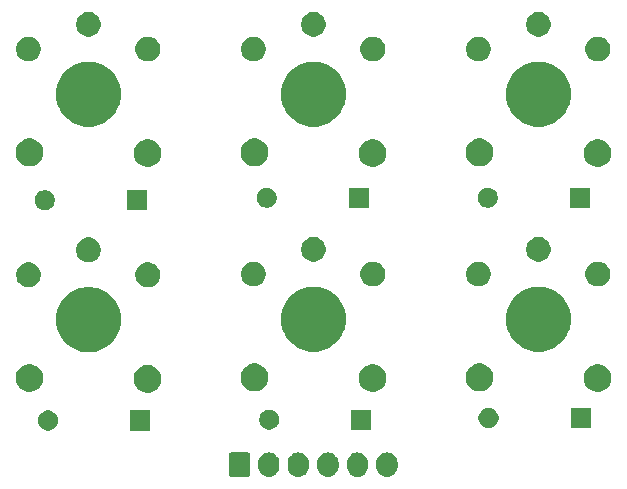
<source format=gbs>
G04 #@! TF.GenerationSoftware,KiCad,Pcbnew,(5.1.5-0-10_14)*
G04 #@! TF.CreationDate,2020-10-11T12:28:21+03:00*
G04 #@! TF.ProjectId,LogiMech,4c6f6769-4d65-4636-982e-6b696361645f,rev?*
G04 #@! TF.SameCoordinates,Original*
G04 #@! TF.FileFunction,Soldermask,Bot*
G04 #@! TF.FilePolarity,Negative*
%FSLAX46Y46*%
G04 Gerber Fmt 4.6, Leading zero omitted, Abs format (unit mm)*
G04 Created by KiCad (PCBNEW (5.1.5-0-10_14)) date 2020-10-11 12:28:21*
%MOMM*%
%LPD*%
G04 APERTURE LIST*
%ADD10C,0.100000*%
G04 APERTURE END LIST*
D10*
G36*
X124986626Y-106507037D02*
G01*
X125156465Y-106558557D01*
X125156467Y-106558558D01*
X125312989Y-106642221D01*
X125450186Y-106754814D01*
X125533448Y-106856271D01*
X125562778Y-106892009D01*
X125646443Y-107048534D01*
X125697963Y-107218373D01*
X125711000Y-107350742D01*
X125711000Y-107689257D01*
X125697963Y-107821626D01*
X125646443Y-107991466D01*
X125562778Y-108147991D01*
X125533448Y-108183729D01*
X125450186Y-108285186D01*
X125355250Y-108363097D01*
X125312991Y-108397778D01*
X125156466Y-108481443D01*
X124986627Y-108532963D01*
X124810000Y-108550359D01*
X124633374Y-108532963D01*
X124463535Y-108481443D01*
X124307010Y-108397778D01*
X124169815Y-108285185D01*
X124057222Y-108147991D01*
X123973557Y-107991466D01*
X123922037Y-107821627D01*
X123909000Y-107689258D01*
X123909000Y-107350743D01*
X123922037Y-107218374D01*
X123973557Y-107048535D01*
X124057222Y-106892010D01*
X124057223Y-106892009D01*
X124169814Y-106754814D01*
X124271271Y-106671552D01*
X124307009Y-106642222D01*
X124463534Y-106558557D01*
X124633373Y-106507037D01*
X124810000Y-106489641D01*
X124986626Y-106507037D01*
G37*
G36*
X127486626Y-106507037D02*
G01*
X127656465Y-106558557D01*
X127656467Y-106558558D01*
X127812989Y-106642221D01*
X127950186Y-106754814D01*
X128033448Y-106856271D01*
X128062778Y-106892009D01*
X128146443Y-107048534D01*
X128197963Y-107218373D01*
X128211000Y-107350742D01*
X128211000Y-107689257D01*
X128197963Y-107821626D01*
X128146443Y-107991466D01*
X128062778Y-108147991D01*
X128033448Y-108183729D01*
X127950186Y-108285186D01*
X127855250Y-108363097D01*
X127812991Y-108397778D01*
X127656466Y-108481443D01*
X127486627Y-108532963D01*
X127310000Y-108550359D01*
X127133374Y-108532963D01*
X126963535Y-108481443D01*
X126807010Y-108397778D01*
X126669815Y-108285185D01*
X126557222Y-108147991D01*
X126473557Y-107991466D01*
X126422037Y-107821627D01*
X126409000Y-107689258D01*
X126409000Y-107350743D01*
X126422037Y-107218374D01*
X126473557Y-107048535D01*
X126557222Y-106892010D01*
X126557223Y-106892009D01*
X126669814Y-106754814D01*
X126771271Y-106671552D01*
X126807009Y-106642222D01*
X126963534Y-106558557D01*
X127133373Y-106507037D01*
X127310000Y-106489641D01*
X127486626Y-106507037D01*
G37*
G36*
X129986626Y-106507037D02*
G01*
X130156465Y-106558557D01*
X130156467Y-106558558D01*
X130312989Y-106642221D01*
X130450186Y-106754814D01*
X130533448Y-106856271D01*
X130562778Y-106892009D01*
X130646443Y-107048534D01*
X130697963Y-107218373D01*
X130711000Y-107350742D01*
X130711000Y-107689257D01*
X130697963Y-107821626D01*
X130646443Y-107991466D01*
X130562778Y-108147991D01*
X130533448Y-108183729D01*
X130450186Y-108285186D01*
X130355250Y-108363097D01*
X130312991Y-108397778D01*
X130156466Y-108481443D01*
X129986627Y-108532963D01*
X129810000Y-108550359D01*
X129633374Y-108532963D01*
X129463535Y-108481443D01*
X129307010Y-108397778D01*
X129169815Y-108285185D01*
X129057222Y-108147991D01*
X128973557Y-107991466D01*
X128922037Y-107821627D01*
X128909000Y-107689258D01*
X128909000Y-107350743D01*
X128922037Y-107218374D01*
X128973557Y-107048535D01*
X129057222Y-106892010D01*
X129057223Y-106892009D01*
X129169814Y-106754814D01*
X129271271Y-106671552D01*
X129307009Y-106642222D01*
X129463534Y-106558557D01*
X129633373Y-106507037D01*
X129810000Y-106489641D01*
X129986626Y-106507037D01*
G37*
G36*
X132486626Y-106507037D02*
G01*
X132656465Y-106558557D01*
X132656467Y-106558558D01*
X132812989Y-106642221D01*
X132950186Y-106754814D01*
X133033448Y-106856271D01*
X133062778Y-106892009D01*
X133146443Y-107048534D01*
X133197963Y-107218373D01*
X133211000Y-107350742D01*
X133211000Y-107689257D01*
X133197963Y-107821626D01*
X133146443Y-107991466D01*
X133062778Y-108147991D01*
X133033448Y-108183729D01*
X132950186Y-108285186D01*
X132855250Y-108363097D01*
X132812991Y-108397778D01*
X132656466Y-108481443D01*
X132486627Y-108532963D01*
X132310000Y-108550359D01*
X132133374Y-108532963D01*
X131963535Y-108481443D01*
X131807010Y-108397778D01*
X131669815Y-108285185D01*
X131557222Y-108147991D01*
X131473557Y-107991466D01*
X131422037Y-107821627D01*
X131409000Y-107689258D01*
X131409000Y-107350743D01*
X131422037Y-107218374D01*
X131473557Y-107048535D01*
X131557222Y-106892010D01*
X131557223Y-106892009D01*
X131669814Y-106754814D01*
X131771271Y-106671552D01*
X131807009Y-106642222D01*
X131963534Y-106558557D01*
X132133373Y-106507037D01*
X132310000Y-106489641D01*
X132486626Y-106507037D01*
G37*
G36*
X134986626Y-106507037D02*
G01*
X135156465Y-106558557D01*
X135156467Y-106558558D01*
X135312989Y-106642221D01*
X135450186Y-106754814D01*
X135533448Y-106856271D01*
X135562778Y-106892009D01*
X135646443Y-107048534D01*
X135697963Y-107218373D01*
X135711000Y-107350742D01*
X135711000Y-107689257D01*
X135697963Y-107821626D01*
X135646443Y-107991466D01*
X135562778Y-108147991D01*
X135533448Y-108183729D01*
X135450186Y-108285186D01*
X135355250Y-108363097D01*
X135312991Y-108397778D01*
X135156466Y-108481443D01*
X134986627Y-108532963D01*
X134810000Y-108550359D01*
X134633374Y-108532963D01*
X134463535Y-108481443D01*
X134307010Y-108397778D01*
X134169815Y-108285185D01*
X134057222Y-108147991D01*
X133973557Y-107991466D01*
X133922037Y-107821627D01*
X133909000Y-107689258D01*
X133909000Y-107350743D01*
X133922037Y-107218374D01*
X133973557Y-107048535D01*
X134057222Y-106892010D01*
X134057223Y-106892009D01*
X134169814Y-106754814D01*
X134271271Y-106671552D01*
X134307009Y-106642222D01*
X134463534Y-106558557D01*
X134633373Y-106507037D01*
X134810000Y-106489641D01*
X134986626Y-106507037D01*
G37*
G36*
X123068600Y-106497989D02*
G01*
X123101652Y-106508015D01*
X123132103Y-106524292D01*
X123158799Y-106546201D01*
X123180708Y-106572897D01*
X123196985Y-106603348D01*
X123207011Y-106636400D01*
X123211000Y-106676903D01*
X123211000Y-108363097D01*
X123207011Y-108403600D01*
X123196985Y-108436652D01*
X123180708Y-108467103D01*
X123158799Y-108493799D01*
X123132103Y-108515708D01*
X123101652Y-108531985D01*
X123068600Y-108542011D01*
X123028097Y-108546000D01*
X121591903Y-108546000D01*
X121551400Y-108542011D01*
X121518348Y-108531985D01*
X121487897Y-108515708D01*
X121461201Y-108493799D01*
X121439292Y-108467103D01*
X121423015Y-108436652D01*
X121412989Y-108403600D01*
X121409000Y-108363097D01*
X121409000Y-106676903D01*
X121412989Y-106636400D01*
X121423015Y-106603348D01*
X121439292Y-106572897D01*
X121461201Y-106546201D01*
X121487897Y-106524292D01*
X121518348Y-106508015D01*
X121551400Y-106497989D01*
X121591903Y-106494000D01*
X123028097Y-106494000D01*
X123068600Y-106497989D01*
G37*
G36*
X114771000Y-104641000D02*
G01*
X113069000Y-104641000D01*
X113069000Y-102939000D01*
X114771000Y-102939000D01*
X114771000Y-104641000D01*
G37*
G36*
X106368228Y-102971703D02*
G01*
X106523100Y-103035853D01*
X106662481Y-103128985D01*
X106781015Y-103247519D01*
X106874147Y-103386900D01*
X106938297Y-103541772D01*
X106971000Y-103706184D01*
X106971000Y-103873816D01*
X106938297Y-104038228D01*
X106874147Y-104193100D01*
X106781015Y-104332481D01*
X106662481Y-104451015D01*
X106523100Y-104544147D01*
X106368228Y-104608297D01*
X106203816Y-104641000D01*
X106036184Y-104641000D01*
X105871772Y-104608297D01*
X105716900Y-104544147D01*
X105577519Y-104451015D01*
X105458985Y-104332481D01*
X105365853Y-104193100D01*
X105301703Y-104038228D01*
X105269000Y-103873816D01*
X105269000Y-103706184D01*
X105301703Y-103541772D01*
X105365853Y-103386900D01*
X105458985Y-103247519D01*
X105577519Y-103128985D01*
X105716900Y-103035853D01*
X105871772Y-102971703D01*
X106036184Y-102939000D01*
X106203816Y-102939000D01*
X106368228Y-102971703D01*
G37*
G36*
X125088228Y-102891703D02*
G01*
X125243100Y-102955853D01*
X125382481Y-103048985D01*
X125501015Y-103167519D01*
X125594147Y-103306900D01*
X125658297Y-103461772D01*
X125691000Y-103626184D01*
X125691000Y-103793816D01*
X125658297Y-103958228D01*
X125594147Y-104113100D01*
X125501015Y-104252481D01*
X125382481Y-104371015D01*
X125243100Y-104464147D01*
X125088228Y-104528297D01*
X124923816Y-104561000D01*
X124756184Y-104561000D01*
X124591772Y-104528297D01*
X124436900Y-104464147D01*
X124297519Y-104371015D01*
X124178985Y-104252481D01*
X124085853Y-104113100D01*
X124021703Y-103958228D01*
X123989000Y-103793816D01*
X123989000Y-103626184D01*
X124021703Y-103461772D01*
X124085853Y-103306900D01*
X124178985Y-103167519D01*
X124297519Y-103048985D01*
X124436900Y-102955853D01*
X124591772Y-102891703D01*
X124756184Y-102859000D01*
X124923816Y-102859000D01*
X125088228Y-102891703D01*
G37*
G36*
X133491000Y-104561000D02*
G01*
X131789000Y-104561000D01*
X131789000Y-102859000D01*
X133491000Y-102859000D01*
X133491000Y-104561000D01*
G37*
G36*
X152061000Y-104421000D02*
G01*
X150359000Y-104421000D01*
X150359000Y-102719000D01*
X152061000Y-102719000D01*
X152061000Y-104421000D01*
G37*
G36*
X143658228Y-102751703D02*
G01*
X143813100Y-102815853D01*
X143952481Y-102908985D01*
X144071015Y-103027519D01*
X144164147Y-103166900D01*
X144228297Y-103321772D01*
X144261000Y-103486184D01*
X144261000Y-103653816D01*
X144228297Y-103818228D01*
X144164147Y-103973100D01*
X144071015Y-104112481D01*
X143952481Y-104231015D01*
X143813100Y-104324147D01*
X143658228Y-104388297D01*
X143493816Y-104421000D01*
X143326184Y-104421000D01*
X143161772Y-104388297D01*
X143006900Y-104324147D01*
X142867519Y-104231015D01*
X142748985Y-104112481D01*
X142655853Y-103973100D01*
X142591703Y-103818228D01*
X142559000Y-103653816D01*
X142559000Y-103486184D01*
X142591703Y-103321772D01*
X142655853Y-103166900D01*
X142748985Y-103027519D01*
X142867519Y-102908985D01*
X143006900Y-102815853D01*
X143161772Y-102751703D01*
X143326184Y-102719000D01*
X143493816Y-102719000D01*
X143658228Y-102751703D01*
G37*
G36*
X114882868Y-99127800D02*
G01*
X115095975Y-99216072D01*
X115095977Y-99216073D01*
X115287769Y-99344225D01*
X115450875Y-99507331D01*
X115579027Y-99699123D01*
X115579028Y-99699125D01*
X115667300Y-99912232D01*
X115712300Y-100138465D01*
X115712300Y-100369135D01*
X115667300Y-100595368D01*
X115631633Y-100681475D01*
X115579027Y-100808477D01*
X115450875Y-101000269D01*
X115287769Y-101163375D01*
X115095977Y-101291527D01*
X115095976Y-101291528D01*
X115095975Y-101291528D01*
X114882868Y-101379800D01*
X114656635Y-101424800D01*
X114425965Y-101424800D01*
X114199732Y-101379800D01*
X113986625Y-101291528D01*
X113986624Y-101291528D01*
X113986623Y-101291527D01*
X113794831Y-101163375D01*
X113631725Y-101000269D01*
X113503573Y-100808477D01*
X113450967Y-100681475D01*
X113415300Y-100595368D01*
X113370300Y-100369135D01*
X113370300Y-100138465D01*
X113415300Y-99912232D01*
X113503572Y-99699125D01*
X113503573Y-99699123D01*
X113631725Y-99507331D01*
X113794831Y-99344225D01*
X113986623Y-99216073D01*
X113986625Y-99216072D01*
X114199732Y-99127800D01*
X114425965Y-99082800D01*
X114656635Y-99082800D01*
X114882868Y-99127800D01*
G37*
G36*
X152982868Y-99077000D02*
G01*
X153195975Y-99165272D01*
X153195977Y-99165273D01*
X153387769Y-99293425D01*
X153550875Y-99456531D01*
X153679027Y-99648323D01*
X153679028Y-99648325D01*
X153767300Y-99861432D01*
X153812300Y-100087665D01*
X153812300Y-100318335D01*
X153767300Y-100544568D01*
X153710591Y-100681475D01*
X153679027Y-100757677D01*
X153550875Y-100949469D01*
X153387769Y-101112575D01*
X153195977Y-101240727D01*
X153195976Y-101240728D01*
X153195975Y-101240728D01*
X152982868Y-101329000D01*
X152756635Y-101374000D01*
X152525965Y-101374000D01*
X152299732Y-101329000D01*
X152086625Y-101240728D01*
X152086624Y-101240728D01*
X152086623Y-101240727D01*
X151894831Y-101112575D01*
X151731725Y-100949469D01*
X151603573Y-100757677D01*
X151572009Y-100681475D01*
X151515300Y-100544568D01*
X151470300Y-100318335D01*
X151470300Y-100087665D01*
X151515300Y-99861432D01*
X151603572Y-99648325D01*
X151603573Y-99648323D01*
X151731725Y-99456531D01*
X151894831Y-99293425D01*
X152086623Y-99165273D01*
X152086625Y-99165272D01*
X152299732Y-99077000D01*
X152525965Y-99032000D01*
X152756635Y-99032000D01*
X152982868Y-99077000D01*
G37*
G36*
X133932868Y-99077000D02*
G01*
X134145975Y-99165272D01*
X134145977Y-99165273D01*
X134337769Y-99293425D01*
X134500875Y-99456531D01*
X134629027Y-99648323D01*
X134629028Y-99648325D01*
X134717300Y-99861432D01*
X134762300Y-100087665D01*
X134762300Y-100318335D01*
X134717300Y-100544568D01*
X134660591Y-100681475D01*
X134629027Y-100757677D01*
X134500875Y-100949469D01*
X134337769Y-101112575D01*
X134145977Y-101240727D01*
X134145976Y-101240728D01*
X134145975Y-101240728D01*
X133932868Y-101329000D01*
X133706635Y-101374000D01*
X133475965Y-101374000D01*
X133249732Y-101329000D01*
X133036625Y-101240728D01*
X133036624Y-101240728D01*
X133036623Y-101240727D01*
X132844831Y-101112575D01*
X132681725Y-100949469D01*
X132553573Y-100757677D01*
X132522009Y-100681475D01*
X132465300Y-100544568D01*
X132420300Y-100318335D01*
X132420300Y-100087665D01*
X132465300Y-99861432D01*
X132553572Y-99648325D01*
X132553573Y-99648323D01*
X132681725Y-99456531D01*
X132844831Y-99293425D01*
X133036623Y-99165273D01*
X133036625Y-99165272D01*
X133249732Y-99077000D01*
X133475965Y-99032000D01*
X133706635Y-99032000D01*
X133932868Y-99077000D01*
G37*
G36*
X104875268Y-99051600D02*
G01*
X105088375Y-99139872D01*
X105088377Y-99139873D01*
X105280169Y-99268025D01*
X105443275Y-99431131D01*
X105571427Y-99622923D01*
X105571428Y-99622925D01*
X105659700Y-99836032D01*
X105704700Y-100062265D01*
X105704700Y-100292935D01*
X105659700Y-100519168D01*
X105592470Y-100681475D01*
X105571427Y-100732277D01*
X105443275Y-100924069D01*
X105280169Y-101087175D01*
X105088377Y-101215327D01*
X105088376Y-101215328D01*
X105088375Y-101215328D01*
X104875268Y-101303600D01*
X104649035Y-101348600D01*
X104418365Y-101348600D01*
X104192132Y-101303600D01*
X103979025Y-101215328D01*
X103979024Y-101215328D01*
X103979023Y-101215327D01*
X103787231Y-101087175D01*
X103624125Y-100924069D01*
X103495973Y-100732277D01*
X103474930Y-100681475D01*
X103407700Y-100519168D01*
X103362700Y-100292935D01*
X103362700Y-100062265D01*
X103407700Y-99836032D01*
X103495972Y-99622925D01*
X103495973Y-99622923D01*
X103624125Y-99431131D01*
X103787231Y-99268025D01*
X103979023Y-99139873D01*
X103979025Y-99139872D01*
X104192132Y-99051600D01*
X104418365Y-99006600D01*
X104649035Y-99006600D01*
X104875268Y-99051600D01*
G37*
G36*
X142975268Y-99000800D02*
G01*
X143173233Y-99082800D01*
X143188377Y-99089073D01*
X143380169Y-99217225D01*
X143543275Y-99380331D01*
X143628134Y-99507331D01*
X143671428Y-99572125D01*
X143759700Y-99785232D01*
X143804700Y-100011465D01*
X143804700Y-100242135D01*
X143759700Y-100468368D01*
X143671428Y-100681475D01*
X143671427Y-100681477D01*
X143543275Y-100873269D01*
X143380169Y-101036375D01*
X143188377Y-101164527D01*
X143188376Y-101164528D01*
X143188375Y-101164528D01*
X142975268Y-101252800D01*
X142749035Y-101297800D01*
X142518365Y-101297800D01*
X142292132Y-101252800D01*
X142079025Y-101164528D01*
X142079024Y-101164528D01*
X142079023Y-101164527D01*
X141887231Y-101036375D01*
X141724125Y-100873269D01*
X141595973Y-100681477D01*
X141595972Y-100681475D01*
X141507700Y-100468368D01*
X141462700Y-100242135D01*
X141462700Y-100011465D01*
X141507700Y-99785232D01*
X141595972Y-99572125D01*
X141639266Y-99507331D01*
X141724125Y-99380331D01*
X141887231Y-99217225D01*
X142079023Y-99089073D01*
X142094167Y-99082800D01*
X142292132Y-99000800D01*
X142518365Y-98955800D01*
X142749035Y-98955800D01*
X142975268Y-99000800D01*
G37*
G36*
X123925268Y-99000800D02*
G01*
X124123233Y-99082800D01*
X124138377Y-99089073D01*
X124330169Y-99217225D01*
X124493275Y-99380331D01*
X124578134Y-99507331D01*
X124621428Y-99572125D01*
X124709700Y-99785232D01*
X124754700Y-100011465D01*
X124754700Y-100242135D01*
X124709700Y-100468368D01*
X124621428Y-100681475D01*
X124621427Y-100681477D01*
X124493275Y-100873269D01*
X124330169Y-101036375D01*
X124138377Y-101164527D01*
X124138376Y-101164528D01*
X124138375Y-101164528D01*
X123925268Y-101252800D01*
X123699035Y-101297800D01*
X123468365Y-101297800D01*
X123242132Y-101252800D01*
X123029025Y-101164528D01*
X123029024Y-101164528D01*
X123029023Y-101164527D01*
X122837231Y-101036375D01*
X122674125Y-100873269D01*
X122545973Y-100681477D01*
X122545972Y-100681475D01*
X122457700Y-100468368D01*
X122412700Y-100242135D01*
X122412700Y-100011465D01*
X122457700Y-99785232D01*
X122545972Y-99572125D01*
X122589266Y-99507331D01*
X122674125Y-99380331D01*
X122837231Y-99217225D01*
X123029023Y-99089073D01*
X123044167Y-99082800D01*
X123242132Y-99000800D01*
X123468365Y-98955800D01*
X123699035Y-98955800D01*
X123925268Y-99000800D01*
G37*
G36*
X110074193Y-92551859D02*
G01*
X110339937Y-92604719D01*
X110840587Y-92812095D01*
X111021061Y-92932684D01*
X111291160Y-93113158D01*
X111674342Y-93496340D01*
X111854816Y-93766439D01*
X111975405Y-93946913D01*
X112182781Y-94447563D01*
X112288500Y-94979050D01*
X112288500Y-95520950D01*
X112182781Y-96052437D01*
X111975405Y-96553087D01*
X111854816Y-96733561D01*
X111674342Y-97003660D01*
X111291160Y-97386842D01*
X111021061Y-97567316D01*
X110840587Y-97687905D01*
X110339937Y-97895281D01*
X110074193Y-97948141D01*
X109808451Y-98001000D01*
X109266549Y-98001000D01*
X109000807Y-97948141D01*
X108735063Y-97895281D01*
X108234413Y-97687905D01*
X108053939Y-97567316D01*
X107783840Y-97386842D01*
X107400658Y-97003660D01*
X107220184Y-96733561D01*
X107099595Y-96553087D01*
X106892219Y-96052437D01*
X106786500Y-95520950D01*
X106786500Y-94979050D01*
X106892219Y-94447563D01*
X107099595Y-93946913D01*
X107220184Y-93766439D01*
X107400658Y-93496340D01*
X107783840Y-93113158D01*
X108053939Y-92932684D01*
X108234413Y-92812095D01*
X108735063Y-92604719D01*
X109000807Y-92551859D01*
X109266549Y-92499000D01*
X109808451Y-92499000D01*
X110074193Y-92551859D01*
G37*
G36*
X148123621Y-92491000D02*
G01*
X148439937Y-92553919D01*
X148940587Y-92761295D01*
X149016614Y-92812095D01*
X149391160Y-93062358D01*
X149774342Y-93445540D01*
X149808285Y-93496340D01*
X150075405Y-93896113D01*
X150282781Y-94396763D01*
X150388500Y-94928250D01*
X150388500Y-95470150D01*
X150282781Y-96001637D01*
X150075405Y-96502287D01*
X150041462Y-96553086D01*
X149774342Y-96952860D01*
X149391160Y-97336042D01*
X149121061Y-97516516D01*
X148940587Y-97637105D01*
X148439937Y-97844481D01*
X148184547Y-97895281D01*
X147908451Y-97950200D01*
X147366549Y-97950200D01*
X147090453Y-97895281D01*
X146835063Y-97844481D01*
X146334413Y-97637105D01*
X146153939Y-97516516D01*
X145883840Y-97336042D01*
X145500658Y-96952860D01*
X145233538Y-96553086D01*
X145199595Y-96502287D01*
X144992219Y-96001637D01*
X144886500Y-95470150D01*
X144886500Y-94928250D01*
X144992219Y-94396763D01*
X145199595Y-93896113D01*
X145466715Y-93496340D01*
X145500658Y-93445540D01*
X145883840Y-93062358D01*
X146258386Y-92812095D01*
X146334413Y-92761295D01*
X146835063Y-92553919D01*
X147151379Y-92491000D01*
X147366549Y-92448200D01*
X147908451Y-92448200D01*
X148123621Y-92491000D01*
G37*
G36*
X129073621Y-92491000D02*
G01*
X129389937Y-92553919D01*
X129890587Y-92761295D01*
X129966614Y-92812095D01*
X130341160Y-93062358D01*
X130724342Y-93445540D01*
X130758285Y-93496340D01*
X131025405Y-93896113D01*
X131232781Y-94396763D01*
X131338500Y-94928250D01*
X131338500Y-95470150D01*
X131232781Y-96001637D01*
X131025405Y-96502287D01*
X130991462Y-96553086D01*
X130724342Y-96952860D01*
X130341160Y-97336042D01*
X130071061Y-97516516D01*
X129890587Y-97637105D01*
X129389937Y-97844481D01*
X129134547Y-97895281D01*
X128858451Y-97950200D01*
X128316549Y-97950200D01*
X128040453Y-97895281D01*
X127785063Y-97844481D01*
X127284413Y-97637105D01*
X127103939Y-97516516D01*
X126833840Y-97336042D01*
X126450658Y-96952860D01*
X126183538Y-96553086D01*
X126149595Y-96502287D01*
X125942219Y-96001637D01*
X125836500Y-95470150D01*
X125836500Y-94928250D01*
X125942219Y-94396763D01*
X126149595Y-93896113D01*
X126416715Y-93496340D01*
X126450658Y-93445540D01*
X126833840Y-93062358D01*
X127208386Y-92812095D01*
X127284413Y-92761295D01*
X127785063Y-92553919D01*
X128101379Y-92491000D01*
X128316549Y-92448200D01*
X128858451Y-92448200D01*
X129073621Y-92491000D01*
G37*
G36*
X114860564Y-90429389D02*
G01*
X115051833Y-90508615D01*
X115051835Y-90508616D01*
X115223973Y-90623635D01*
X115370365Y-90770027D01*
X115451441Y-90891365D01*
X115485385Y-90942167D01*
X115564611Y-91133436D01*
X115605000Y-91336484D01*
X115605000Y-91543516D01*
X115564611Y-91746564D01*
X115506427Y-91887033D01*
X115485384Y-91937835D01*
X115370365Y-92109973D01*
X115223973Y-92256365D01*
X115051835Y-92371384D01*
X115051834Y-92371385D01*
X115051833Y-92371385D01*
X114860564Y-92450611D01*
X114657516Y-92491000D01*
X114450484Y-92491000D01*
X114247436Y-92450611D01*
X114056167Y-92371385D01*
X114056166Y-92371385D01*
X114056165Y-92371384D01*
X113884027Y-92256365D01*
X113737635Y-92109973D01*
X113622616Y-91937835D01*
X113601573Y-91887033D01*
X113543389Y-91746564D01*
X113503000Y-91543516D01*
X113503000Y-91336484D01*
X113543389Y-91133436D01*
X113622615Y-90942167D01*
X113656560Y-90891365D01*
X113737635Y-90770027D01*
X113884027Y-90623635D01*
X114056165Y-90508616D01*
X114056167Y-90508615D01*
X114247436Y-90429389D01*
X114450484Y-90389000D01*
X114657516Y-90389000D01*
X114860564Y-90429389D01*
G37*
G36*
X104764064Y-90429389D02*
G01*
X104955333Y-90508615D01*
X104955335Y-90508616D01*
X105127473Y-90623635D01*
X105273865Y-90770027D01*
X105354941Y-90891365D01*
X105388885Y-90942167D01*
X105468111Y-91133436D01*
X105508500Y-91336484D01*
X105508500Y-91543516D01*
X105468111Y-91746564D01*
X105409927Y-91887033D01*
X105388884Y-91937835D01*
X105273865Y-92109973D01*
X105127473Y-92256365D01*
X104955335Y-92371384D01*
X104955334Y-92371385D01*
X104955333Y-92371385D01*
X104764064Y-92450611D01*
X104561016Y-92491000D01*
X104353984Y-92491000D01*
X104150936Y-92450611D01*
X103959667Y-92371385D01*
X103959666Y-92371385D01*
X103959665Y-92371384D01*
X103787527Y-92256365D01*
X103641135Y-92109973D01*
X103526116Y-91937835D01*
X103505073Y-91887033D01*
X103446889Y-91746564D01*
X103406500Y-91543516D01*
X103406500Y-91336484D01*
X103446889Y-91133436D01*
X103526115Y-90942167D01*
X103560060Y-90891365D01*
X103641135Y-90770027D01*
X103787527Y-90623635D01*
X103959665Y-90508616D01*
X103959667Y-90508615D01*
X104150936Y-90429389D01*
X104353984Y-90389000D01*
X104561016Y-90389000D01*
X104764064Y-90429389D01*
G37*
G36*
X123814064Y-90378589D02*
G01*
X124005333Y-90457815D01*
X124005335Y-90457816D01*
X124177473Y-90572835D01*
X124323865Y-90719227D01*
X124438885Y-90891367D01*
X124518111Y-91082636D01*
X124558500Y-91285684D01*
X124558500Y-91492716D01*
X124518111Y-91695764D01*
X124438885Y-91887033D01*
X124438884Y-91887035D01*
X124323865Y-92059173D01*
X124177473Y-92205565D01*
X124005335Y-92320584D01*
X124005334Y-92320585D01*
X124005333Y-92320585D01*
X123814064Y-92399811D01*
X123611016Y-92440200D01*
X123403984Y-92440200D01*
X123200936Y-92399811D01*
X123009667Y-92320585D01*
X123009666Y-92320585D01*
X123009665Y-92320584D01*
X122837527Y-92205565D01*
X122691135Y-92059173D01*
X122576116Y-91887035D01*
X122576115Y-91887033D01*
X122496889Y-91695764D01*
X122456500Y-91492716D01*
X122456500Y-91285684D01*
X122496889Y-91082636D01*
X122576115Y-90891367D01*
X122691135Y-90719227D01*
X122837527Y-90572835D01*
X123009665Y-90457816D01*
X123009667Y-90457815D01*
X123200936Y-90378589D01*
X123403984Y-90338200D01*
X123611016Y-90338200D01*
X123814064Y-90378589D01*
G37*
G36*
X133910564Y-90378589D02*
G01*
X134101833Y-90457815D01*
X134101835Y-90457816D01*
X134273973Y-90572835D01*
X134420365Y-90719227D01*
X134535385Y-90891367D01*
X134614611Y-91082636D01*
X134655000Y-91285684D01*
X134655000Y-91492716D01*
X134614611Y-91695764D01*
X134535385Y-91887033D01*
X134535384Y-91887035D01*
X134420365Y-92059173D01*
X134273973Y-92205565D01*
X134101835Y-92320584D01*
X134101834Y-92320585D01*
X134101833Y-92320585D01*
X133910564Y-92399811D01*
X133707516Y-92440200D01*
X133500484Y-92440200D01*
X133297436Y-92399811D01*
X133106167Y-92320585D01*
X133106166Y-92320585D01*
X133106165Y-92320584D01*
X132934027Y-92205565D01*
X132787635Y-92059173D01*
X132672616Y-91887035D01*
X132672615Y-91887033D01*
X132593389Y-91695764D01*
X132553000Y-91492716D01*
X132553000Y-91285684D01*
X132593389Y-91082636D01*
X132672615Y-90891367D01*
X132787635Y-90719227D01*
X132934027Y-90572835D01*
X133106165Y-90457816D01*
X133106167Y-90457815D01*
X133297436Y-90378589D01*
X133500484Y-90338200D01*
X133707516Y-90338200D01*
X133910564Y-90378589D01*
G37*
G36*
X142864064Y-90378589D02*
G01*
X143055333Y-90457815D01*
X143055335Y-90457816D01*
X143227473Y-90572835D01*
X143373865Y-90719227D01*
X143488885Y-90891367D01*
X143568111Y-91082636D01*
X143608500Y-91285684D01*
X143608500Y-91492716D01*
X143568111Y-91695764D01*
X143488885Y-91887033D01*
X143488884Y-91887035D01*
X143373865Y-92059173D01*
X143227473Y-92205565D01*
X143055335Y-92320584D01*
X143055334Y-92320585D01*
X143055333Y-92320585D01*
X142864064Y-92399811D01*
X142661016Y-92440200D01*
X142453984Y-92440200D01*
X142250936Y-92399811D01*
X142059667Y-92320585D01*
X142059666Y-92320585D01*
X142059665Y-92320584D01*
X141887527Y-92205565D01*
X141741135Y-92059173D01*
X141626116Y-91887035D01*
X141626115Y-91887033D01*
X141546889Y-91695764D01*
X141506500Y-91492716D01*
X141506500Y-91285684D01*
X141546889Y-91082636D01*
X141626115Y-90891367D01*
X141741135Y-90719227D01*
X141887527Y-90572835D01*
X142059665Y-90457816D01*
X142059667Y-90457815D01*
X142250936Y-90378589D01*
X142453984Y-90338200D01*
X142661016Y-90338200D01*
X142864064Y-90378589D01*
G37*
G36*
X152960564Y-90378589D02*
G01*
X153151833Y-90457815D01*
X153151835Y-90457816D01*
X153323973Y-90572835D01*
X153470365Y-90719227D01*
X153585385Y-90891367D01*
X153664611Y-91082636D01*
X153705000Y-91285684D01*
X153705000Y-91492716D01*
X153664611Y-91695764D01*
X153585385Y-91887033D01*
X153585384Y-91887035D01*
X153470365Y-92059173D01*
X153323973Y-92205565D01*
X153151835Y-92320584D01*
X153151834Y-92320585D01*
X153151833Y-92320585D01*
X152960564Y-92399811D01*
X152757516Y-92440200D01*
X152550484Y-92440200D01*
X152347436Y-92399811D01*
X152156167Y-92320585D01*
X152156166Y-92320585D01*
X152156165Y-92320584D01*
X151984027Y-92205565D01*
X151837635Y-92059173D01*
X151722616Y-91887035D01*
X151722615Y-91887033D01*
X151643389Y-91695764D01*
X151603000Y-91492716D01*
X151603000Y-91285684D01*
X151643389Y-91082636D01*
X151722615Y-90891367D01*
X151837635Y-90719227D01*
X151984027Y-90572835D01*
X152156165Y-90457816D01*
X152156167Y-90457815D01*
X152347436Y-90378589D01*
X152550484Y-90338200D01*
X152757516Y-90338200D01*
X152960564Y-90378589D01*
G37*
G36*
X109844064Y-88333889D02*
G01*
X110035333Y-88413115D01*
X110035335Y-88413116D01*
X110207473Y-88528135D01*
X110353865Y-88674527D01*
X110434941Y-88795865D01*
X110468885Y-88846667D01*
X110548111Y-89037936D01*
X110588500Y-89240984D01*
X110588500Y-89448016D01*
X110548111Y-89651064D01*
X110489927Y-89791533D01*
X110468884Y-89842335D01*
X110353865Y-90014473D01*
X110207473Y-90160865D01*
X110035335Y-90275884D01*
X110035334Y-90275885D01*
X110035333Y-90275885D01*
X109844064Y-90355111D01*
X109641016Y-90395500D01*
X109433984Y-90395500D01*
X109230936Y-90355111D01*
X109039667Y-90275885D01*
X109039666Y-90275885D01*
X109039665Y-90275884D01*
X108867527Y-90160865D01*
X108721135Y-90014473D01*
X108606116Y-89842335D01*
X108585073Y-89791533D01*
X108526889Y-89651064D01*
X108486500Y-89448016D01*
X108486500Y-89240984D01*
X108526889Y-89037936D01*
X108606115Y-88846667D01*
X108640060Y-88795865D01*
X108721135Y-88674527D01*
X108867527Y-88528135D01*
X109039665Y-88413116D01*
X109039667Y-88413115D01*
X109230936Y-88333889D01*
X109433984Y-88293500D01*
X109641016Y-88293500D01*
X109844064Y-88333889D01*
G37*
G36*
X128894064Y-88283089D02*
G01*
X129085333Y-88362315D01*
X129085335Y-88362316D01*
X129257473Y-88477335D01*
X129403865Y-88623727D01*
X129518885Y-88795867D01*
X129598111Y-88987136D01*
X129638500Y-89190184D01*
X129638500Y-89397216D01*
X129598111Y-89600264D01*
X129518885Y-89791533D01*
X129518884Y-89791535D01*
X129403865Y-89963673D01*
X129257473Y-90110065D01*
X129085335Y-90225084D01*
X129085334Y-90225085D01*
X129085333Y-90225085D01*
X128894064Y-90304311D01*
X128691016Y-90344700D01*
X128483984Y-90344700D01*
X128280936Y-90304311D01*
X128089667Y-90225085D01*
X128089666Y-90225085D01*
X128089665Y-90225084D01*
X127917527Y-90110065D01*
X127771135Y-89963673D01*
X127656116Y-89791535D01*
X127656115Y-89791533D01*
X127576889Y-89600264D01*
X127536500Y-89397216D01*
X127536500Y-89190184D01*
X127576889Y-88987136D01*
X127656115Y-88795867D01*
X127771135Y-88623727D01*
X127917527Y-88477335D01*
X128089665Y-88362316D01*
X128089667Y-88362315D01*
X128280936Y-88283089D01*
X128483984Y-88242700D01*
X128691016Y-88242700D01*
X128894064Y-88283089D01*
G37*
G36*
X147944064Y-88283089D02*
G01*
X148135333Y-88362315D01*
X148135335Y-88362316D01*
X148307473Y-88477335D01*
X148453865Y-88623727D01*
X148568885Y-88795867D01*
X148648111Y-88987136D01*
X148688500Y-89190184D01*
X148688500Y-89397216D01*
X148648111Y-89600264D01*
X148568885Y-89791533D01*
X148568884Y-89791535D01*
X148453865Y-89963673D01*
X148307473Y-90110065D01*
X148135335Y-90225084D01*
X148135334Y-90225085D01*
X148135333Y-90225085D01*
X147944064Y-90304311D01*
X147741016Y-90344700D01*
X147533984Y-90344700D01*
X147330936Y-90304311D01*
X147139667Y-90225085D01*
X147139666Y-90225085D01*
X147139665Y-90225084D01*
X146967527Y-90110065D01*
X146821135Y-89963673D01*
X146706116Y-89791535D01*
X146706115Y-89791533D01*
X146626889Y-89600264D01*
X146586500Y-89397216D01*
X146586500Y-89190184D01*
X146626889Y-88987136D01*
X146706115Y-88795867D01*
X146821135Y-88623727D01*
X146967527Y-88477335D01*
X147139665Y-88362316D01*
X147139667Y-88362315D01*
X147330936Y-88283089D01*
X147533984Y-88242700D01*
X147741016Y-88242700D01*
X147944064Y-88283089D01*
G37*
G36*
X114481000Y-85991000D02*
G01*
X112779000Y-85991000D01*
X112779000Y-84289000D01*
X114481000Y-84289000D01*
X114481000Y-85991000D01*
G37*
G36*
X106078228Y-84321703D02*
G01*
X106233100Y-84385853D01*
X106372481Y-84478985D01*
X106491015Y-84597519D01*
X106584147Y-84736900D01*
X106648297Y-84891772D01*
X106681000Y-85056184D01*
X106681000Y-85223816D01*
X106648297Y-85388228D01*
X106584147Y-85543100D01*
X106491015Y-85682481D01*
X106372481Y-85801015D01*
X106233100Y-85894147D01*
X106078228Y-85958297D01*
X105913816Y-85991000D01*
X105746184Y-85991000D01*
X105581772Y-85958297D01*
X105426900Y-85894147D01*
X105287519Y-85801015D01*
X105168985Y-85682481D01*
X105075853Y-85543100D01*
X105011703Y-85388228D01*
X104979000Y-85223816D01*
X104979000Y-85056184D01*
X105011703Y-84891772D01*
X105075853Y-84736900D01*
X105168985Y-84597519D01*
X105287519Y-84478985D01*
X105426900Y-84385853D01*
X105581772Y-84321703D01*
X105746184Y-84289000D01*
X105913816Y-84289000D01*
X106078228Y-84321703D01*
G37*
G36*
X124868228Y-84101703D02*
G01*
X125023100Y-84165853D01*
X125162481Y-84258985D01*
X125281015Y-84377519D01*
X125374147Y-84516900D01*
X125438297Y-84671772D01*
X125471000Y-84836184D01*
X125471000Y-85003816D01*
X125438297Y-85168228D01*
X125374147Y-85323100D01*
X125281015Y-85462481D01*
X125162481Y-85581015D01*
X125023100Y-85674147D01*
X124868228Y-85738297D01*
X124703816Y-85771000D01*
X124536184Y-85771000D01*
X124371772Y-85738297D01*
X124216900Y-85674147D01*
X124077519Y-85581015D01*
X123958985Y-85462481D01*
X123865853Y-85323100D01*
X123801703Y-85168228D01*
X123769000Y-85003816D01*
X123769000Y-84836184D01*
X123801703Y-84671772D01*
X123865853Y-84516900D01*
X123958985Y-84377519D01*
X124077519Y-84258985D01*
X124216900Y-84165853D01*
X124371772Y-84101703D01*
X124536184Y-84069000D01*
X124703816Y-84069000D01*
X124868228Y-84101703D01*
G37*
G36*
X133271000Y-85771000D02*
G01*
X131569000Y-85771000D01*
X131569000Y-84069000D01*
X133271000Y-84069000D01*
X133271000Y-85771000D01*
G37*
G36*
X143588228Y-84101703D02*
G01*
X143743100Y-84165853D01*
X143882481Y-84258985D01*
X144001015Y-84377519D01*
X144094147Y-84516900D01*
X144158297Y-84671772D01*
X144191000Y-84836184D01*
X144191000Y-85003816D01*
X144158297Y-85168228D01*
X144094147Y-85323100D01*
X144001015Y-85462481D01*
X143882481Y-85581015D01*
X143743100Y-85674147D01*
X143588228Y-85738297D01*
X143423816Y-85771000D01*
X143256184Y-85771000D01*
X143091772Y-85738297D01*
X142936900Y-85674147D01*
X142797519Y-85581015D01*
X142678985Y-85462481D01*
X142585853Y-85323100D01*
X142521703Y-85168228D01*
X142489000Y-85003816D01*
X142489000Y-84836184D01*
X142521703Y-84671772D01*
X142585853Y-84516900D01*
X142678985Y-84377519D01*
X142797519Y-84258985D01*
X142936900Y-84165853D01*
X143091772Y-84101703D01*
X143256184Y-84069000D01*
X143423816Y-84069000D01*
X143588228Y-84101703D01*
G37*
G36*
X151991000Y-85771000D02*
G01*
X150289000Y-85771000D01*
X150289000Y-84069000D01*
X151991000Y-84069000D01*
X151991000Y-85771000D01*
G37*
G36*
X114882868Y-80027000D02*
G01*
X115095975Y-80115272D01*
X115095977Y-80115273D01*
X115287769Y-80243425D01*
X115450875Y-80406531D01*
X115528113Y-80522125D01*
X115579028Y-80598325D01*
X115667300Y-80811432D01*
X115712300Y-81037665D01*
X115712300Y-81268335D01*
X115667300Y-81494568D01*
X115610591Y-81631475D01*
X115579027Y-81707677D01*
X115450875Y-81899469D01*
X115287769Y-82062575D01*
X115095977Y-82190727D01*
X115095976Y-82190728D01*
X115095975Y-82190728D01*
X114882868Y-82279000D01*
X114656635Y-82324000D01*
X114425965Y-82324000D01*
X114199732Y-82279000D01*
X113986625Y-82190728D01*
X113986624Y-82190728D01*
X113986623Y-82190727D01*
X113794831Y-82062575D01*
X113631725Y-81899469D01*
X113503573Y-81707677D01*
X113472009Y-81631475D01*
X113415300Y-81494568D01*
X113370300Y-81268335D01*
X113370300Y-81037665D01*
X113415300Y-80811432D01*
X113503572Y-80598325D01*
X113554487Y-80522125D01*
X113631725Y-80406531D01*
X113794831Y-80243425D01*
X113986623Y-80115273D01*
X113986625Y-80115272D01*
X114199732Y-80027000D01*
X114425965Y-79982000D01*
X114656635Y-79982000D01*
X114882868Y-80027000D01*
G37*
G36*
X133932868Y-80027000D02*
G01*
X134145975Y-80115272D01*
X134145977Y-80115273D01*
X134337769Y-80243425D01*
X134500875Y-80406531D01*
X134578113Y-80522125D01*
X134629028Y-80598325D01*
X134717300Y-80811432D01*
X134762300Y-81037665D01*
X134762300Y-81268335D01*
X134717300Y-81494568D01*
X134660591Y-81631475D01*
X134629027Y-81707677D01*
X134500875Y-81899469D01*
X134337769Y-82062575D01*
X134145977Y-82190727D01*
X134145976Y-82190728D01*
X134145975Y-82190728D01*
X133932868Y-82279000D01*
X133706635Y-82324000D01*
X133475965Y-82324000D01*
X133249732Y-82279000D01*
X133036625Y-82190728D01*
X133036624Y-82190728D01*
X133036623Y-82190727D01*
X132844831Y-82062575D01*
X132681725Y-81899469D01*
X132553573Y-81707677D01*
X132522009Y-81631475D01*
X132465300Y-81494568D01*
X132420300Y-81268335D01*
X132420300Y-81037665D01*
X132465300Y-80811432D01*
X132553572Y-80598325D01*
X132604487Y-80522125D01*
X132681725Y-80406531D01*
X132844831Y-80243425D01*
X133036623Y-80115273D01*
X133036625Y-80115272D01*
X133249732Y-80027000D01*
X133475965Y-79982000D01*
X133706635Y-79982000D01*
X133932868Y-80027000D01*
G37*
G36*
X152982868Y-80027000D02*
G01*
X153195975Y-80115272D01*
X153195977Y-80115273D01*
X153387769Y-80243425D01*
X153550875Y-80406531D01*
X153628113Y-80522125D01*
X153679028Y-80598325D01*
X153767300Y-80811432D01*
X153812300Y-81037665D01*
X153812300Y-81268335D01*
X153767300Y-81494568D01*
X153710591Y-81631475D01*
X153679027Y-81707677D01*
X153550875Y-81899469D01*
X153387769Y-82062575D01*
X153195977Y-82190727D01*
X153195976Y-82190728D01*
X153195975Y-82190728D01*
X152982868Y-82279000D01*
X152756635Y-82324000D01*
X152525965Y-82324000D01*
X152299732Y-82279000D01*
X152086625Y-82190728D01*
X152086624Y-82190728D01*
X152086623Y-82190727D01*
X151894831Y-82062575D01*
X151731725Y-81899469D01*
X151603573Y-81707677D01*
X151572009Y-81631475D01*
X151515300Y-81494568D01*
X151470300Y-81268335D01*
X151470300Y-81037665D01*
X151515300Y-80811432D01*
X151603572Y-80598325D01*
X151654487Y-80522125D01*
X151731725Y-80406531D01*
X151894831Y-80243425D01*
X152086623Y-80115273D01*
X152086625Y-80115272D01*
X152299732Y-80027000D01*
X152525965Y-79982000D01*
X152756635Y-79982000D01*
X152982868Y-80027000D01*
G37*
G36*
X123925268Y-79950800D02*
G01*
X124138375Y-80039072D01*
X124138377Y-80039073D01*
X124330169Y-80167225D01*
X124493275Y-80330331D01*
X124621427Y-80522123D01*
X124621428Y-80522125D01*
X124709700Y-80735232D01*
X124754700Y-80961465D01*
X124754700Y-81192135D01*
X124709700Y-81418368D01*
X124621428Y-81631475D01*
X124621427Y-81631477D01*
X124493275Y-81823269D01*
X124330169Y-81986375D01*
X124138377Y-82114527D01*
X124138376Y-82114528D01*
X124138375Y-82114528D01*
X123925268Y-82202800D01*
X123699035Y-82247800D01*
X123468365Y-82247800D01*
X123242132Y-82202800D01*
X123029025Y-82114528D01*
X123029024Y-82114528D01*
X123029023Y-82114527D01*
X122837231Y-81986375D01*
X122674125Y-81823269D01*
X122545973Y-81631477D01*
X122545972Y-81631475D01*
X122457700Y-81418368D01*
X122412700Y-81192135D01*
X122412700Y-80961465D01*
X122457700Y-80735232D01*
X122545972Y-80522125D01*
X122545973Y-80522123D01*
X122674125Y-80330331D01*
X122837231Y-80167225D01*
X123029023Y-80039073D01*
X123029025Y-80039072D01*
X123242132Y-79950800D01*
X123468365Y-79905800D01*
X123699035Y-79905800D01*
X123925268Y-79950800D01*
G37*
G36*
X142975268Y-79950800D02*
G01*
X143188375Y-80039072D01*
X143188377Y-80039073D01*
X143380169Y-80167225D01*
X143543275Y-80330331D01*
X143671427Y-80522123D01*
X143671428Y-80522125D01*
X143759700Y-80735232D01*
X143804700Y-80961465D01*
X143804700Y-81192135D01*
X143759700Y-81418368D01*
X143671428Y-81631475D01*
X143671427Y-81631477D01*
X143543275Y-81823269D01*
X143380169Y-81986375D01*
X143188377Y-82114527D01*
X143188376Y-82114528D01*
X143188375Y-82114528D01*
X142975268Y-82202800D01*
X142749035Y-82247800D01*
X142518365Y-82247800D01*
X142292132Y-82202800D01*
X142079025Y-82114528D01*
X142079024Y-82114528D01*
X142079023Y-82114527D01*
X141887231Y-81986375D01*
X141724125Y-81823269D01*
X141595973Y-81631477D01*
X141595972Y-81631475D01*
X141507700Y-81418368D01*
X141462700Y-81192135D01*
X141462700Y-80961465D01*
X141507700Y-80735232D01*
X141595972Y-80522125D01*
X141595973Y-80522123D01*
X141724125Y-80330331D01*
X141887231Y-80167225D01*
X142079023Y-80039073D01*
X142079025Y-80039072D01*
X142292132Y-79950800D01*
X142518365Y-79905800D01*
X142749035Y-79905800D01*
X142975268Y-79950800D01*
G37*
G36*
X104875268Y-79950800D02*
G01*
X105088375Y-80039072D01*
X105088377Y-80039073D01*
X105280169Y-80167225D01*
X105443275Y-80330331D01*
X105571427Y-80522123D01*
X105571428Y-80522125D01*
X105659700Y-80735232D01*
X105704700Y-80961465D01*
X105704700Y-81192135D01*
X105659700Y-81418368D01*
X105571428Y-81631475D01*
X105571427Y-81631477D01*
X105443275Y-81823269D01*
X105280169Y-81986375D01*
X105088377Y-82114527D01*
X105088376Y-82114528D01*
X105088375Y-82114528D01*
X104875268Y-82202800D01*
X104649035Y-82247800D01*
X104418365Y-82247800D01*
X104192132Y-82202800D01*
X103979025Y-82114528D01*
X103979024Y-82114528D01*
X103979023Y-82114527D01*
X103787231Y-81986375D01*
X103624125Y-81823269D01*
X103495973Y-81631477D01*
X103495972Y-81631475D01*
X103407700Y-81418368D01*
X103362700Y-81192135D01*
X103362700Y-80961465D01*
X103407700Y-80735232D01*
X103495972Y-80522125D01*
X103495973Y-80522123D01*
X103624125Y-80330331D01*
X103787231Y-80167225D01*
X103979023Y-80039073D01*
X103979025Y-80039072D01*
X104192132Y-79950800D01*
X104418365Y-79905800D01*
X104649035Y-79905800D01*
X104875268Y-79950800D01*
G37*
G36*
X110074194Y-73451060D02*
G01*
X110339937Y-73503919D01*
X110840587Y-73711295D01*
X111021061Y-73831884D01*
X111291160Y-74012358D01*
X111674342Y-74395540D01*
X111854816Y-74665639D01*
X111975405Y-74846113D01*
X112182781Y-75346763D01*
X112288500Y-75878250D01*
X112288500Y-76420150D01*
X112182781Y-76951637D01*
X111975405Y-77452287D01*
X111854816Y-77632761D01*
X111674342Y-77902860D01*
X111291160Y-78286042D01*
X111021061Y-78466516D01*
X110840587Y-78587105D01*
X110339937Y-78794481D01*
X110074193Y-78847341D01*
X109808451Y-78900200D01*
X109266549Y-78900200D01*
X109000807Y-78847341D01*
X108735063Y-78794481D01*
X108234413Y-78587105D01*
X108053939Y-78466516D01*
X107783840Y-78286042D01*
X107400658Y-77902860D01*
X107220184Y-77632761D01*
X107099595Y-77452287D01*
X106892219Y-76951637D01*
X106786500Y-76420150D01*
X106786500Y-75878250D01*
X106892219Y-75346763D01*
X107099595Y-74846113D01*
X107220184Y-74665639D01*
X107400658Y-74395540D01*
X107783840Y-74012358D01*
X108053939Y-73831884D01*
X108234413Y-73711295D01*
X108735063Y-73503919D01*
X109000806Y-73451060D01*
X109266549Y-73398200D01*
X109808451Y-73398200D01*
X110074194Y-73451060D01*
G37*
G36*
X129124194Y-73451060D02*
G01*
X129389937Y-73503919D01*
X129890587Y-73711295D01*
X130071061Y-73831884D01*
X130341160Y-74012358D01*
X130724342Y-74395540D01*
X130904816Y-74665639D01*
X131025405Y-74846113D01*
X131232781Y-75346763D01*
X131338500Y-75878250D01*
X131338500Y-76420150D01*
X131232781Y-76951637D01*
X131025405Y-77452287D01*
X130904816Y-77632761D01*
X130724342Y-77902860D01*
X130341160Y-78286042D01*
X130071061Y-78466516D01*
X129890587Y-78587105D01*
X129389937Y-78794481D01*
X129124193Y-78847341D01*
X128858451Y-78900200D01*
X128316549Y-78900200D01*
X128050807Y-78847341D01*
X127785063Y-78794481D01*
X127284413Y-78587105D01*
X127103939Y-78466516D01*
X126833840Y-78286042D01*
X126450658Y-77902860D01*
X126270184Y-77632761D01*
X126149595Y-77452287D01*
X125942219Y-76951637D01*
X125836500Y-76420150D01*
X125836500Y-75878250D01*
X125942219Y-75346763D01*
X126149595Y-74846113D01*
X126270184Y-74665639D01*
X126450658Y-74395540D01*
X126833840Y-74012358D01*
X127103939Y-73831884D01*
X127284413Y-73711295D01*
X127785063Y-73503919D01*
X128050806Y-73451060D01*
X128316549Y-73398200D01*
X128858451Y-73398200D01*
X129124194Y-73451060D01*
G37*
G36*
X148174194Y-73451060D02*
G01*
X148439937Y-73503919D01*
X148940587Y-73711295D01*
X149121061Y-73831884D01*
X149391160Y-74012358D01*
X149774342Y-74395540D01*
X149954816Y-74665639D01*
X150075405Y-74846113D01*
X150282781Y-75346763D01*
X150388500Y-75878250D01*
X150388500Y-76420150D01*
X150282781Y-76951637D01*
X150075405Y-77452287D01*
X149954816Y-77632761D01*
X149774342Y-77902860D01*
X149391160Y-78286042D01*
X149121061Y-78466516D01*
X148940587Y-78587105D01*
X148439937Y-78794481D01*
X148174193Y-78847341D01*
X147908451Y-78900200D01*
X147366549Y-78900200D01*
X147100807Y-78847341D01*
X146835063Y-78794481D01*
X146334413Y-78587105D01*
X146153939Y-78466516D01*
X145883840Y-78286042D01*
X145500658Y-77902860D01*
X145320184Y-77632761D01*
X145199595Y-77452287D01*
X144992219Y-76951637D01*
X144886500Y-76420150D01*
X144886500Y-75878250D01*
X144992219Y-75346763D01*
X145199595Y-74846113D01*
X145320184Y-74665639D01*
X145500658Y-74395540D01*
X145883840Y-74012358D01*
X146153939Y-73831884D01*
X146334413Y-73711295D01*
X146835063Y-73503919D01*
X147100806Y-73451060D01*
X147366549Y-73398200D01*
X147908451Y-73398200D01*
X148174194Y-73451060D01*
G37*
G36*
X114860564Y-71328589D02*
G01*
X115051833Y-71407815D01*
X115051835Y-71407816D01*
X115223973Y-71522835D01*
X115370365Y-71669227D01*
X115485385Y-71841367D01*
X115564611Y-72032636D01*
X115605000Y-72235684D01*
X115605000Y-72442716D01*
X115564611Y-72645764D01*
X115485385Y-72837033D01*
X115485384Y-72837035D01*
X115370365Y-73009173D01*
X115223973Y-73155565D01*
X115051835Y-73270584D01*
X115051834Y-73270585D01*
X115051833Y-73270585D01*
X114860564Y-73349811D01*
X114657516Y-73390200D01*
X114450484Y-73390200D01*
X114247436Y-73349811D01*
X114056167Y-73270585D01*
X114056166Y-73270585D01*
X114056165Y-73270584D01*
X113884027Y-73155565D01*
X113737635Y-73009173D01*
X113622616Y-72837035D01*
X113622615Y-72837033D01*
X113543389Y-72645764D01*
X113503000Y-72442716D01*
X113503000Y-72235684D01*
X113543389Y-72032636D01*
X113622615Y-71841367D01*
X113737635Y-71669227D01*
X113884027Y-71522835D01*
X114056165Y-71407816D01*
X114056167Y-71407815D01*
X114247436Y-71328589D01*
X114450484Y-71288200D01*
X114657516Y-71288200D01*
X114860564Y-71328589D01*
G37*
G36*
X104764064Y-71328589D02*
G01*
X104955333Y-71407815D01*
X104955335Y-71407816D01*
X105127473Y-71522835D01*
X105273865Y-71669227D01*
X105388885Y-71841367D01*
X105468111Y-72032636D01*
X105508500Y-72235684D01*
X105508500Y-72442716D01*
X105468111Y-72645764D01*
X105388885Y-72837033D01*
X105388884Y-72837035D01*
X105273865Y-73009173D01*
X105127473Y-73155565D01*
X104955335Y-73270584D01*
X104955334Y-73270585D01*
X104955333Y-73270585D01*
X104764064Y-73349811D01*
X104561016Y-73390200D01*
X104353984Y-73390200D01*
X104150936Y-73349811D01*
X103959667Y-73270585D01*
X103959666Y-73270585D01*
X103959665Y-73270584D01*
X103787527Y-73155565D01*
X103641135Y-73009173D01*
X103526116Y-72837035D01*
X103526115Y-72837033D01*
X103446889Y-72645764D01*
X103406500Y-72442716D01*
X103406500Y-72235684D01*
X103446889Y-72032636D01*
X103526115Y-71841367D01*
X103641135Y-71669227D01*
X103787527Y-71522835D01*
X103959665Y-71407816D01*
X103959667Y-71407815D01*
X104150936Y-71328589D01*
X104353984Y-71288200D01*
X104561016Y-71288200D01*
X104764064Y-71328589D01*
G37*
G36*
X123814064Y-71328589D02*
G01*
X124005333Y-71407815D01*
X124005335Y-71407816D01*
X124177473Y-71522835D01*
X124323865Y-71669227D01*
X124438885Y-71841367D01*
X124518111Y-72032636D01*
X124558500Y-72235684D01*
X124558500Y-72442716D01*
X124518111Y-72645764D01*
X124438885Y-72837033D01*
X124438884Y-72837035D01*
X124323865Y-73009173D01*
X124177473Y-73155565D01*
X124005335Y-73270584D01*
X124005334Y-73270585D01*
X124005333Y-73270585D01*
X123814064Y-73349811D01*
X123611016Y-73390200D01*
X123403984Y-73390200D01*
X123200936Y-73349811D01*
X123009667Y-73270585D01*
X123009666Y-73270585D01*
X123009665Y-73270584D01*
X122837527Y-73155565D01*
X122691135Y-73009173D01*
X122576116Y-72837035D01*
X122576115Y-72837033D01*
X122496889Y-72645764D01*
X122456500Y-72442716D01*
X122456500Y-72235684D01*
X122496889Y-72032636D01*
X122576115Y-71841367D01*
X122691135Y-71669227D01*
X122837527Y-71522835D01*
X123009665Y-71407816D01*
X123009667Y-71407815D01*
X123200936Y-71328589D01*
X123403984Y-71288200D01*
X123611016Y-71288200D01*
X123814064Y-71328589D01*
G37*
G36*
X133910564Y-71328589D02*
G01*
X134101833Y-71407815D01*
X134101835Y-71407816D01*
X134273973Y-71522835D01*
X134420365Y-71669227D01*
X134535385Y-71841367D01*
X134614611Y-72032636D01*
X134655000Y-72235684D01*
X134655000Y-72442716D01*
X134614611Y-72645764D01*
X134535385Y-72837033D01*
X134535384Y-72837035D01*
X134420365Y-73009173D01*
X134273973Y-73155565D01*
X134101835Y-73270584D01*
X134101834Y-73270585D01*
X134101833Y-73270585D01*
X133910564Y-73349811D01*
X133707516Y-73390200D01*
X133500484Y-73390200D01*
X133297436Y-73349811D01*
X133106167Y-73270585D01*
X133106166Y-73270585D01*
X133106165Y-73270584D01*
X132934027Y-73155565D01*
X132787635Y-73009173D01*
X132672616Y-72837035D01*
X132672615Y-72837033D01*
X132593389Y-72645764D01*
X132553000Y-72442716D01*
X132553000Y-72235684D01*
X132593389Y-72032636D01*
X132672615Y-71841367D01*
X132787635Y-71669227D01*
X132934027Y-71522835D01*
X133106165Y-71407816D01*
X133106167Y-71407815D01*
X133297436Y-71328589D01*
X133500484Y-71288200D01*
X133707516Y-71288200D01*
X133910564Y-71328589D01*
G37*
G36*
X142864064Y-71328589D02*
G01*
X143055333Y-71407815D01*
X143055335Y-71407816D01*
X143227473Y-71522835D01*
X143373865Y-71669227D01*
X143488885Y-71841367D01*
X143568111Y-72032636D01*
X143608500Y-72235684D01*
X143608500Y-72442716D01*
X143568111Y-72645764D01*
X143488885Y-72837033D01*
X143488884Y-72837035D01*
X143373865Y-73009173D01*
X143227473Y-73155565D01*
X143055335Y-73270584D01*
X143055334Y-73270585D01*
X143055333Y-73270585D01*
X142864064Y-73349811D01*
X142661016Y-73390200D01*
X142453984Y-73390200D01*
X142250936Y-73349811D01*
X142059667Y-73270585D01*
X142059666Y-73270585D01*
X142059665Y-73270584D01*
X141887527Y-73155565D01*
X141741135Y-73009173D01*
X141626116Y-72837035D01*
X141626115Y-72837033D01*
X141546889Y-72645764D01*
X141506500Y-72442716D01*
X141506500Y-72235684D01*
X141546889Y-72032636D01*
X141626115Y-71841367D01*
X141741135Y-71669227D01*
X141887527Y-71522835D01*
X142059665Y-71407816D01*
X142059667Y-71407815D01*
X142250936Y-71328589D01*
X142453984Y-71288200D01*
X142661016Y-71288200D01*
X142864064Y-71328589D01*
G37*
G36*
X152960564Y-71328589D02*
G01*
X153151833Y-71407815D01*
X153151835Y-71407816D01*
X153323973Y-71522835D01*
X153470365Y-71669227D01*
X153585385Y-71841367D01*
X153664611Y-72032636D01*
X153705000Y-72235684D01*
X153705000Y-72442716D01*
X153664611Y-72645764D01*
X153585385Y-72837033D01*
X153585384Y-72837035D01*
X153470365Y-73009173D01*
X153323973Y-73155565D01*
X153151835Y-73270584D01*
X153151834Y-73270585D01*
X153151833Y-73270585D01*
X152960564Y-73349811D01*
X152757516Y-73390200D01*
X152550484Y-73390200D01*
X152347436Y-73349811D01*
X152156167Y-73270585D01*
X152156166Y-73270585D01*
X152156165Y-73270584D01*
X151984027Y-73155565D01*
X151837635Y-73009173D01*
X151722616Y-72837035D01*
X151722615Y-72837033D01*
X151643389Y-72645764D01*
X151603000Y-72442716D01*
X151603000Y-72235684D01*
X151643389Y-72032636D01*
X151722615Y-71841367D01*
X151837635Y-71669227D01*
X151984027Y-71522835D01*
X152156165Y-71407816D01*
X152156167Y-71407815D01*
X152347436Y-71328589D01*
X152550484Y-71288200D01*
X152757516Y-71288200D01*
X152960564Y-71328589D01*
G37*
G36*
X109844064Y-69233089D02*
G01*
X110035333Y-69312315D01*
X110035335Y-69312316D01*
X110207473Y-69427335D01*
X110353865Y-69573727D01*
X110468885Y-69745867D01*
X110548111Y-69937136D01*
X110588500Y-70140184D01*
X110588500Y-70347216D01*
X110548111Y-70550264D01*
X110468885Y-70741533D01*
X110468884Y-70741535D01*
X110353865Y-70913673D01*
X110207473Y-71060065D01*
X110035335Y-71175084D01*
X110035334Y-71175085D01*
X110035333Y-71175085D01*
X109844064Y-71254311D01*
X109641016Y-71294700D01*
X109433984Y-71294700D01*
X109230936Y-71254311D01*
X109039667Y-71175085D01*
X109039666Y-71175085D01*
X109039665Y-71175084D01*
X108867527Y-71060065D01*
X108721135Y-70913673D01*
X108606116Y-70741535D01*
X108606115Y-70741533D01*
X108526889Y-70550264D01*
X108486500Y-70347216D01*
X108486500Y-70140184D01*
X108526889Y-69937136D01*
X108606115Y-69745867D01*
X108721135Y-69573727D01*
X108867527Y-69427335D01*
X109039665Y-69312316D01*
X109039667Y-69312315D01*
X109230936Y-69233089D01*
X109433984Y-69192700D01*
X109641016Y-69192700D01*
X109844064Y-69233089D01*
G37*
G36*
X128894064Y-69233089D02*
G01*
X129085333Y-69312315D01*
X129085335Y-69312316D01*
X129257473Y-69427335D01*
X129403865Y-69573727D01*
X129518885Y-69745867D01*
X129598111Y-69937136D01*
X129638500Y-70140184D01*
X129638500Y-70347216D01*
X129598111Y-70550264D01*
X129518885Y-70741533D01*
X129518884Y-70741535D01*
X129403865Y-70913673D01*
X129257473Y-71060065D01*
X129085335Y-71175084D01*
X129085334Y-71175085D01*
X129085333Y-71175085D01*
X128894064Y-71254311D01*
X128691016Y-71294700D01*
X128483984Y-71294700D01*
X128280936Y-71254311D01*
X128089667Y-71175085D01*
X128089666Y-71175085D01*
X128089665Y-71175084D01*
X127917527Y-71060065D01*
X127771135Y-70913673D01*
X127656116Y-70741535D01*
X127656115Y-70741533D01*
X127576889Y-70550264D01*
X127536500Y-70347216D01*
X127536500Y-70140184D01*
X127576889Y-69937136D01*
X127656115Y-69745867D01*
X127771135Y-69573727D01*
X127917527Y-69427335D01*
X128089665Y-69312316D01*
X128089667Y-69312315D01*
X128280936Y-69233089D01*
X128483984Y-69192700D01*
X128691016Y-69192700D01*
X128894064Y-69233089D01*
G37*
G36*
X147944064Y-69233089D02*
G01*
X148135333Y-69312315D01*
X148135335Y-69312316D01*
X148307473Y-69427335D01*
X148453865Y-69573727D01*
X148568885Y-69745867D01*
X148648111Y-69937136D01*
X148688500Y-70140184D01*
X148688500Y-70347216D01*
X148648111Y-70550264D01*
X148568885Y-70741533D01*
X148568884Y-70741535D01*
X148453865Y-70913673D01*
X148307473Y-71060065D01*
X148135335Y-71175084D01*
X148135334Y-71175085D01*
X148135333Y-71175085D01*
X147944064Y-71254311D01*
X147741016Y-71294700D01*
X147533984Y-71294700D01*
X147330936Y-71254311D01*
X147139667Y-71175085D01*
X147139666Y-71175085D01*
X147139665Y-71175084D01*
X146967527Y-71060065D01*
X146821135Y-70913673D01*
X146706116Y-70741535D01*
X146706115Y-70741533D01*
X146626889Y-70550264D01*
X146586500Y-70347216D01*
X146586500Y-70140184D01*
X146626889Y-69937136D01*
X146706115Y-69745867D01*
X146821135Y-69573727D01*
X146967527Y-69427335D01*
X147139665Y-69312316D01*
X147139667Y-69312315D01*
X147330936Y-69233089D01*
X147533984Y-69192700D01*
X147741016Y-69192700D01*
X147944064Y-69233089D01*
G37*
M02*

</source>
